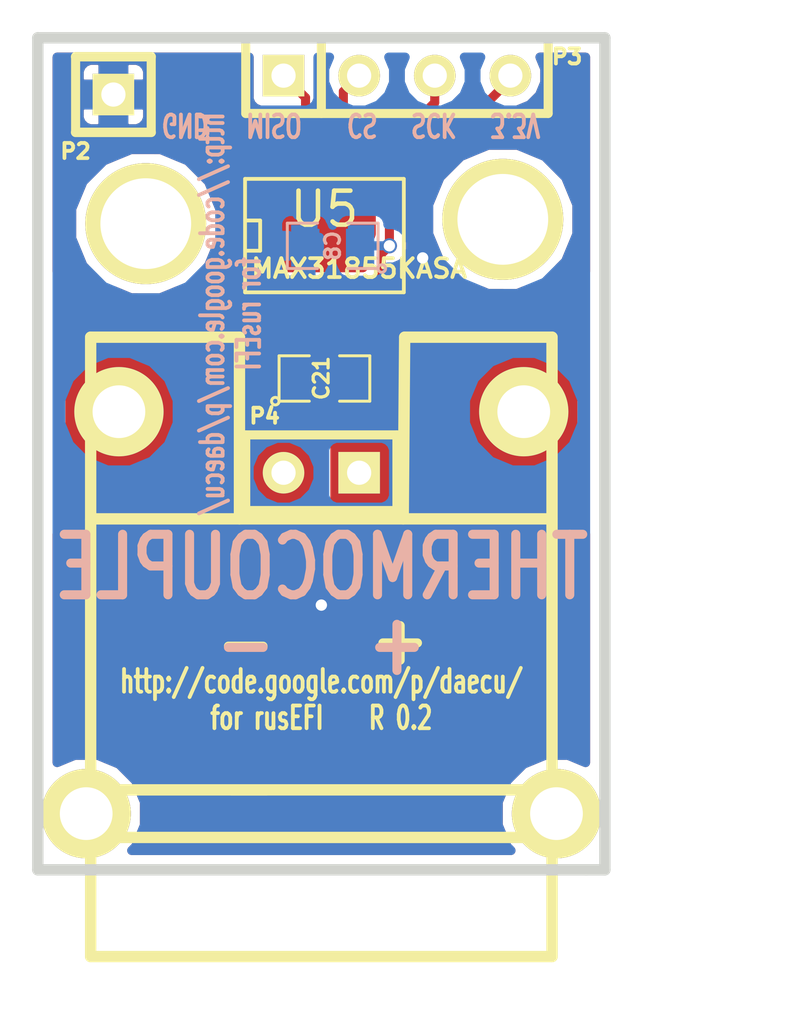
<source format=kicad_pcb>
(kicad_pcb (version 3) (host pcbnew "(2013-07-07 BZR 4022)-stable")

  (general
    (links 17)
    (no_connects 0)
    (area 93.7768 56.5658 124.877288 94.6912)
    (thickness 1.6002)
    (drawings 15)
    (tracks 44)
    (zones 0)
    (modules 9)
    (nets 8)
  )

  (page A4)
  (layers
    (15 Front signal)
    (0 Back signal)
    (16 B.Adhes user)
    (17 F.Adhes user)
    (18 B.Paste user)
    (19 F.Paste user)
    (20 B.SilkS user)
    (21 F.SilkS user)
    (22 B.Mask user)
    (23 F.Mask user)
    (24 Dwgs.User user)
    (25 Cmts.User user)
    (26 Eco1.User user)
    (27 Eco2.User user)
    (28 Edge.Cuts user)
  )

  (setup
    (last_trace_width 0.3048)
    (user_trace_width 0.381)
    (user_trace_width 0.508)
    (user_trace_width 0.635)
    (user_trace_width 1.016)
    (trace_clearance 0.3048)
    (zone_clearance 0.3048)
    (zone_45_only no)
    (trace_min 0.00762)
    (segment_width 0.381)
    (edge_width 0.381)
    (via_size 0.508)
    (via_drill 0.381)
    (via_min_size 0.02032)
    (via_min_drill 0.381)
    (user_via 1.00076 0.89916)
    (uvia_size 0.508)
    (uvia_drill 0.127)
    (uvias_allowed no)
    (uvia_min_size 0.02032)
    (uvia_min_drill 0.127)
    (pcb_text_width 0.3048)
    (pcb_text_size 1.524 2.032)
    (mod_edge_width 0.254)
    (mod_text_size 1.524 1.524)
    (mod_text_width 0.3048)
    (pad_size 0.635 1.143)
    (pad_drill 0)
    (pad_to_mask_clearance 0.254)
    (aux_axis_origin 0 0)
    (visible_elements 7FFFFF3F)
    (pcbplotparams
      (layerselection 284983297)
      (usegerberextensions true)
      (excludeedgelayer true)
      (linewidth 0.150000)
      (plotframeref false)
      (viasonmask false)
      (mode 1)
      (useauxorigin false)
      (hpglpennumber 1)
      (hpglpenspeed 20)
      (hpglpendiameter 15)
      (hpglpenoverlay 0)
      (psnegative false)
      (psa4output false)
      (plotreference true)
      (plotvalue false)
      (plotothertext false)
      (plotinvisibletext false)
      (padsonsilk false)
      (subtractmaskfromsilk false)
      (outputformat 1)
      (mirror false)
      (drillshape 1)
      (scaleselection 1)
      (outputdirectory gerbers/gerbers_Spin2/))
  )

  (net 0 "")
  (net 1 //CS)
  (net 2 /MISO)
  (net 3 /SCK)
  (net 4 /TCPL+)
  (net 5 /TCPL-)
  (net 6 3.3v)
  (net 7 GND)

  (net_class Default "This is the default net class."
    (clearance 0.3048)
    (trace_width 0.3048)
    (via_dia 0.508)
    (via_drill 0.381)
    (uvia_dia 0.508)
    (uvia_drill 0.127)
    (add_net "")
    (add_net //CS)
    (add_net /MISO)
    (add_net /SCK)
    (add_net /TCPL+)
    (add_net /TCPL-)
    (add_net 3.3v)
    (add_net GND)
  )

  (module 1pin (layer Front) (tedit 4F629911) (tstamp 4F628E0D)
    (at 98.87712 65.29578)
    (descr "module 1 pin (ou trou mecanique de percage)")
    (tags DEV)
    (path /4F629521)
    (fp_text reference V802 (at 0 -3.048) (layer F.SilkS) hide
      (effects (font (size 1.016 1.016) (thickness 0.254)))
    )
    (fp_text value VIA (at 0 2.794) (layer F.SilkS) hide
      (effects (font (size 1.016 1.016) (thickness 0.254)))
    )
    (pad 1 thru_hole circle (at 0 0) (size 4.064 4.064) (drill 3.048)
      (layers *.Cu *.Mask F.SilkS)
    )
  )

  (module 1pin (layer Front) (tedit 4F629903) (tstamp 4F6280CB)
    (at 110.871 65.151)
    (descr "module 1 pin (ou trou mecanique de percage)")
    (tags DEV)
    (path /4F627FCA)
    (fp_text reference V801 (at 0 -3.048) (layer F.SilkS) hide
      (effects (font (size 1.016 1.016) (thickness 0.254)))
    )
    (fp_text value VIA (at 0 2.794) (layer F.SilkS) hide
      (effects (font (size 1.016 1.016) (thickness 0.254)))
    )
    (pad 1 thru_hole circle (at 0 0) (size 4.064 4.064) (drill 3.048)
      (layers *.Cu *.Mask F.SilkS)
    )
  )

  (module SO8E (layer Front) (tedit 4F661D77) (tstamp 4E47F42B)
    (at 104.87914 65.6971)
    (descr "module CMS SOJ 8 pins etroit")
    (tags "CMS SOJ")
    (path /4E13FF86)
    (attr smd)
    (fp_text reference U5 (at 0 -0.889) (layer F.SilkS)
      (effects (font (size 1.143 1.143) (thickness 0.1524)))
    )
    (fp_text value MAX31855KASA (at 1.16586 1.1049) (layer F.SilkS)
      (effects (font (size 0.635 0.635) (thickness 0.127)))
    )
    (fp_line (start -2.667 1.778) (end -2.667 1.905) (layer F.SilkS) (width 0.127))
    (fp_line (start -2.667 1.905) (end 2.667 1.905) (layer F.SilkS) (width 0.127))
    (fp_line (start 2.667 -1.905) (end -2.667 -1.905) (layer F.SilkS) (width 0.127))
    (fp_line (start -2.667 -1.905) (end -2.667 1.778) (layer F.SilkS) (width 0.127))
    (fp_line (start -2.667 -0.508) (end -2.159 -0.508) (layer F.SilkS) (width 0.127))
    (fp_line (start -2.159 -0.508) (end -2.159 0.508) (layer F.SilkS) (width 0.127))
    (fp_line (start -2.159 0.508) (end -2.667 0.508) (layer F.SilkS) (width 0.127))
    (fp_line (start 2.667 -1.905) (end 2.667 1.905) (layer F.SilkS) (width 0.127))
    (pad 8 smd rect (at -1.905 -2.667) (size 0.508 1.143)
      (layers Front F.Paste F.Mask)
    )
    (pad 1 smd rect (at -1.905 2.667) (size 0.508 1.143)
      (layers Front F.Paste F.Mask)
      (net 7 GND)
    )
    (pad 7 smd rect (at -0.635 -2.667) (size 0.508 1.143)
      (layers Front F.Paste F.Mask)
      (net 2 /MISO)
    )
    (pad 6 smd rect (at 0.635 -2.667) (size 0.508 1.143)
      (layers Front F.Paste F.Mask)
      (net 1 //CS)
    )
    (pad 5 smd rect (at 1.905 -2.667) (size 0.508 1.143)
      (layers Front F.Paste F.Mask)
      (net 3 /SCK)
    )
    (pad 2 smd rect (at -0.635 2.667) (size 0.508 1.143)
      (layers Front F.Paste F.Mask)
      (net 5 /TCPL-)
    )
    (pad 3 smd rect (at 0.635 2.667) (size 0.508 1.143)
      (layers Front F.Paste F.Mask)
      (net 4 /TCPL+)
    )
    (pad 4 smd rect (at 1.905 2.667) (size 0.508 1.143)
      (layers Front F.Paste F.Mask)
      (net 6 3.3v)
    )
    (model 3D/so-8.wrl
      (at (xyz 0 0 0))
      (scale (xyz 1 1 1))
      (rotate (xyz 0 0 0))
    )
  )

  (module tcpl_PCC-SMP (layer Front) (tedit 535A1C3C) (tstamp 535A19ED)
    (at 104.775 78.359 270)
    (path /535A15DB)
    (fp_text reference P1 (at -1.778 9.779 270) (layer F.SilkS) hide
      (effects (font (size 1.524 1.524) (thickness 0.3048)))
    )
    (fp_text value CONN_2 (at -1.5748 4.699 360) (layer F.SilkS) hide
      (effects (font (size 1.524 1.524) (thickness 0.3048)))
    )
    (fp_text user - (at 1.016 2.54 360) (layer F.SilkS)
      (effects (font (size 1.524 1.524) (thickness 0.3048)))
    )
    (fp_text user + (at 1.016 -2.54 270) (layer F.SilkS)
      (effects (font (size 1.524 1.524) (thickness 0.3048)))
    )
    (fp_line (start -3.0988 7.74954) (end -9.25068 7.74954) (layer F.SilkS) (width 0.381))
    (fp_line (start -9.25068 7.74954) (end -9.25068 2.75082) (layer F.SilkS) (width 0.381))
    (fp_line (start -9.25068 2.75082) (end -3.1496 2.75082) (layer F.SilkS) (width 0.381))
    (fp_line (start -3.1496 -2.75082) (end -9.25068 -2.79908) (layer F.SilkS) (width 0.381))
    (fp_line (start -9.25068 -2.79908) (end -9.25068 -7.74954) (layer F.SilkS) (width 0.381))
    (fp_line (start -9.25068 -7.74954) (end -3.1496 -7.74954) (layer F.SilkS) (width 0.381))
    (fp_line (start 5.95122 7.74954) (end 5.95122 -7.74954) (layer F.SilkS) (width 0.381))
    (fp_line (start 7.54888 -7.74954) (end 7.54888 7.74954) (layer F.SilkS) (width 0.381))
    (fp_line (start -3.1496 -7.74954) (end 11.54938 -7.74954) (layer F.SilkS) (width 0.381))
    (fp_line (start -3.1496 7.74954) (end -3.1496 -7.74954) (layer F.SilkS) (width 0.381))
    (fp_line (start 11.54938 7.74954) (end -3.1496 7.74954) (layer F.SilkS) (width 0.381))
    (fp_line (start 11.54938 -7.74954) (end 11.54938 7.74954) (layer F.SilkS) (width 0.381))
    (pad M thru_hole circle (at 6.74878 -7.8994 270) (size 2.99974 2.99974) (drill 1.77038)
      (layers *.Cu *.Mask F.SilkS)
    )
    (pad M thru_hole circle (at 6.74878 7.8994 270) (size 2.99974 2.99974) (drill 1.77038)
      (layers *.Cu *.Mask F.SilkS)
    )
    (pad 2 thru_hole circle (at -6.74878 -6.79958 270) (size 2.99974 2.99974) (drill 1.77038)
      (layers *.Cu *.Mask F.SilkS)
      (net 4 /TCPL+)
    )
    (pad 1 thru_hole circle (at -6.74878 6.79958 270) (size 2.99974 2.99974) (drill 1.77038)
      (layers *.Cu *.Mask F.SilkS)
      (net 5 /TCPL-)
    )
    (model 3D/TCPL_CONNECTOR_PCC-SMP.wrl
      (at (xyz 0.46 0.315 -0.17))
      (scale (xyz 10 10 10))
      (rotate (xyz 0 0 180))
    )
  )

  (module SIL-4 (layer Front) (tedit 535A1D77) (tstamp 4F67B26C)
    (at 107.315 60.325)
    (descr "Connecteur 4 pibs")
    (tags "CONN DEV")
    (path /535A166C)
    (fp_text reference P3 (at 5.715 -0.635) (layer F.SilkS)
      (effects (font (size 0.508 0.508) (thickness 0.127)))
    )
    (fp_text value CONN_4 (at 0 -2.54) (layer F.SilkS) hide
      (effects (font (size 1.524 1.016) (thickness 0.3048)))
    )
    (fp_line (start -5.08 -1.27) (end -5.08 -1.27) (layer F.SilkS) (width 0.3048))
    (fp_line (start -5.08 1.27) (end -5.08 -1.27) (layer F.SilkS) (width 0.3048))
    (fp_line (start -5.08 -1.27) (end -5.08 -1.27) (layer F.SilkS) (width 0.3048))
    (fp_line (start -5.08 -1.27) (end 5.08 -1.27) (layer F.SilkS) (width 0.3048))
    (fp_line (start 5.08 -1.27) (end 5.08 1.27) (layer F.SilkS) (width 0.3048))
    (fp_line (start 5.08 1.27) (end -5.08 1.27) (layer F.SilkS) (width 0.3048))
    (fp_line (start -2.54 1.27) (end -2.54 -1.27) (layer F.SilkS) (width 0.3048))
    (pad 1 thru_hole rect (at -3.81 0) (size 1.397 1.397) (drill 0.8128)
      (layers *.Cu *.Mask F.SilkS)
      (net 2 /MISO)
    )
    (pad 2 thru_hole circle (at -1.27 0) (size 1.397 1.397) (drill 0.8128)
      (layers *.Cu *.Mask F.SilkS)
      (net 1 //CS)
    )
    (pad 3 thru_hole circle (at 1.27 0) (size 1.397 1.397) (drill 0.8128)
      (layers *.Cu *.Mask F.SilkS)
      (net 3 /SCK)
    )
    (pad 4 thru_hole circle (at 3.81 0) (size 1.397 1.397) (drill 0.8128)
      (layers *.Cu *.Mask F.SilkS)
      (net 6 3.3v)
    )
  )

  (module SIL-1 (layer Front) (tedit 535A1D7C) (tstamp 4F5CF533)
    (at 97.79 60.96 180)
    (descr "Connecteurs 1 pin")
    (tags "CONN DEV")
    (path /535A1737)
    (fp_text reference P2 (at 1.27 -1.905 180) (layer F.SilkS)
      (effects (font (size 0.508 0.508) (thickness 0.127)))
    )
    (fp_text value CONN_1 (at 0 -2.54 180) (layer F.SilkS) hide
      (effects (font (size 1.524 1.016) (thickness 0.254)))
    )
    (fp_line (start -1.27 1.27) (end 1.27 1.27) (layer F.SilkS) (width 0.3175))
    (fp_line (start -1.27 -1.27) (end 1.27 -1.27) (layer F.SilkS) (width 0.3175))
    (fp_line (start -1.27 1.27) (end -1.27 -1.27) (layer F.SilkS) (width 0.3048))
    (fp_line (start 1.27 -1.27) (end 1.27 1.27) (layer F.SilkS) (width 0.3048))
    (pad 1 thru_hole rect (at 0 0 180) (size 1.397 1.397) (drill 0.8128)
      (layers *.Cu *.Mask F.SilkS)
      (net 7 GND)
    )
  )

  (module SIL-2 (layer Front) (tedit 535A1CFD) (tstamp 535A1BB9)
    (at 104.775 73.66 180)
    (descr "Connecteurs 2 pins")
    (tags "CONN DEV")
    (path /535A1B1D)
    (fp_text reference P4 (at 1.905 1.905 180) (layer F.SilkS)
      (effects (font (size 0.508 0.508) (thickness 0.127)))
    )
    (fp_text value CONN_2 (at 0 -2.54 180) (layer F.SilkS) hide
      (effects (font (size 1.524 1.016) (thickness 0.3048)))
    )
    (fp_line (start -2.54 1.27) (end -2.54 -1.27) (layer F.SilkS) (width 0.3048))
    (fp_line (start -2.54 -1.27) (end 2.54 -1.27) (layer F.SilkS) (width 0.3048))
    (fp_line (start 2.54 -1.27) (end 2.54 1.27) (layer F.SilkS) (width 0.3048))
    (fp_line (start 2.54 1.27) (end -2.54 1.27) (layer F.SilkS) (width 0.3048))
    (pad 1 thru_hole rect (at -1.27 0 180) (size 1.397 1.397) (drill 0.8128)
      (layers *.Cu *.Mask F.SilkS)
      (net 4 /TCPL+)
    )
    (pad 2 thru_hole circle (at 1.27 0 180) (size 1.397 1.397) (drill 0.8128)
      (layers *.Cu *.Mask F.SilkS)
      (net 5 /TCPL-)
    )
  )

  (module SM0805-SM0603 (layer Back) (tedit 54220BA7) (tstamp 4E47F455)
    (at 105.156 66.04 180)
    (path /4E13FFE2)
    (attr smd)
    (fp_text reference C8 (at 0 0 450) (layer B.SilkS)
      (effects (font (size 0.50038 0.50038) (thickness 0.10922)) (justify mirror))
    )
    (fp_text value 100nF (at 0 -0.381 180) (layer B.SilkS) hide
      (effects (font (size 0.50038 0.50038) (thickness 0.10922)) (justify mirror))
    )
    (fp_circle (center -1.651 -0.762) (end -1.651 -0.635) (layer B.SilkS) (width 0.09906))
    (fp_line (start -0.508 -0.762) (end -1.524 -0.762) (layer B.SilkS) (width 0.09906))
    (fp_line (start -1.524 -0.762) (end -1.524 0.762) (layer B.SilkS) (width 0.09906))
    (fp_line (start -1.524 0.762) (end -0.508 0.762) (layer B.SilkS) (width 0.09906))
    (fp_line (start 0.508 0.762) (end 1.524 0.762) (layer B.SilkS) (width 0.09906))
    (fp_line (start 1.524 0.762) (end 1.524 -0.762) (layer B.SilkS) (width 0.09906))
    (fp_line (start 1.524 -0.762) (end 0.508 -0.762) (layer B.SilkS) (width 0.09906))
    (pad 1 smd rect (at -0.9525 0 180) (size 0.889 1.397)
      (layers Back B.Paste B.Mask)
      (net 6 3.3v)
    )
    (pad 2 smd rect (at 0.9525 0 180) (size 0.889 1.397)
      (layers Back B.Paste B.Mask)
      (net 7 GND)
    )
    (pad 1 smd rect (at -0.762 0 180) (size 0.635 1.143)
      (layers Back B.Paste B.Mask)
      (net 6 3.3v)
    )
    (pad 2 smd rect (at 0.762 0 180) (size 0.635 1.143)
      (layers Back B.Paste B.Mask)
      (net 7 GND)
    )
    (model smd/chip_cms.wrl
      (at (xyz 0 0 0))
      (scale (xyz 0.1 0.1 0.1))
      (rotate (xyz 0 0 0))
    )
  )

  (module SM0805-SM0603 (layer Front) (tedit 54220B8D) (tstamp 4E4C6BB1)
    (at 104.87914 70.49516)
    (path /4E4C6B54)
    (attr smd)
    (fp_text reference C21 (at -0.10414 -0.01016 90) (layer F.SilkS)
      (effects (font (size 0.50038 0.50038) (thickness 0.10922)))
    )
    (fp_text value 10nF (at 0 0.381) (layer F.SilkS) hide
      (effects (font (size 0.50038 0.50038) (thickness 0.10922)))
    )
    (fp_circle (center -1.651 0.762) (end -1.651 0.635) (layer F.SilkS) (width 0.09906))
    (fp_line (start -0.508 0.762) (end -1.524 0.762) (layer F.SilkS) (width 0.09906))
    (fp_line (start -1.524 0.762) (end -1.524 -0.762) (layer F.SilkS) (width 0.09906))
    (fp_line (start -1.524 -0.762) (end -0.508 -0.762) (layer F.SilkS) (width 0.09906))
    (fp_line (start 0.508 -0.762) (end 1.524 -0.762) (layer F.SilkS) (width 0.09906))
    (fp_line (start 1.524 -0.762) (end 1.524 0.762) (layer F.SilkS) (width 0.09906))
    (fp_line (start 1.524 0.762) (end 0.508 0.762) (layer F.SilkS) (width 0.09906))
    (pad 1 smd rect (at -0.9525 0) (size 0.889 1.397)
      (layers Front F.Paste F.Mask)
      (net 5 /TCPL-)
    )
    (pad 2 smd rect (at 0.9525 0) (size 0.889 1.397)
      (layers Front F.Paste F.Mask)
      (net 4 /TCPL+)
    )
    (pad 1 smd rect (at -0.762 0) (size 0.635 1.143)
      (layers Front F.Paste F.Mask)
      (net 5 /TCPL-)
    )
    (pad 2 smd rect (at 0.762 0) (size 0.635 1.143)
      (layers Front F.Paste F.Mask)
      (net 4 /TCPL+)
    )
    (model smd/chip_cms.wrl
      (at (xyz 0 0 0))
      (scale (xyz 0.1 0.1 0.1))
      (rotate (xyz 0 0 0))
    )
  )

  (gr_text "http://code.google.com/p/daecu/\nfor rusEFI    R 0.2" (at 104.775 81.28) (layer F.SilkS)
    (effects (font (size 0.762 0.508) (thickness 0.127)))
  )
  (gr_text "http://code.google.com/p/daecu/\nfor rusEFI" (at 101.727 68.326 90) (layer B.SilkS)
    (effects (font (size 0.762 0.508) (thickness 0.127)) (justify mirror))
  )
  (gr_text "MISO    CS   SCK   3.3V" (at 107.188 61.976 180) (layer B.SilkS)
    (effects (font (size 0.762 0.508) (thickness 0.127)) (justify mirror))
  )
  (gr_text GND (at 100.203 61.976 180) (layer B.SilkS)
    (effects (font (size 0.762 0.508) (thickness 0.127)) (justify mirror))
  )
  (dimension 19.05 (width 0.3048) (layer Cmts.User)
    (gr_text "0.7500 in" (at 104.775 93.065599) (layer Cmts.User)
      (effects (font (size 2.032 1.524) (thickness 0.3048)))
    )
    (feature1 (pts (xy 114.3 88.9) (xy 114.3 94.691199)))
    (feature2 (pts (xy 95.25 88.9) (xy 95.25 94.691199)))
    (crossbar (pts (xy 95.25 91.439999) (xy 114.3 91.439999)))
    (arrow1a (pts (xy 114.3 91.439999) (xy 113.173497 92.026419)))
    (arrow1b (pts (xy 114.3 91.439999) (xy 113.173497 90.853579)))
    (arrow2a (pts (xy 95.25 91.439999) (xy 96.376503 92.026419)))
    (arrow2b (pts (xy 95.25 91.439999) (xy 96.376503 90.853579)))
  )
  (dimension 27.94 (width 0.3048) (layer Cmts.User)
    (gr_text "1.1000 in" (at 119.1006 73.025 90) (layer Cmts.User)
      (effects (font (size 2.032 1.524) (thickness 0.3048)))
    )
    (feature1 (pts (xy 116.205 59.055) (xy 120.7262 59.055)))
    (feature2 (pts (xy 116.205 86.995) (xy 120.7262 86.995)))
    (crossbar (pts (xy 117.475 86.995) (xy 117.475 59.055)))
    (arrow1a (pts (xy 117.475 59.055) (xy 118.06142 60.181503)))
    (arrow1b (pts (xy 117.475 59.055) (xy 116.88858 60.181503)))
    (arrow2a (pts (xy 117.475 86.995) (xy 118.06142 85.868497)))
    (arrow2b (pts (xy 117.475 86.995) (xy 116.88858 85.868497)))
  )
  (gr_line (start 114.3 86.995) (end 113.665 86.995) (angle 90) (layer Edge.Cuts) (width 0.381))
  (gr_line (start 114.3 59.055) (end 114.3 86.995) (angle 90) (layer Edge.Cuts) (width 0.381))
  (gr_line (start 95.25 59.055) (end 114.3 59.055) (angle 90) (layer Edge.Cuts) (width 0.381))
  (gr_line (start 95.25 86.995) (end 95.25 59.055) (angle 90) (layer Edge.Cuts) (width 0.381))
  (gr_line (start 113.665 86.995) (end 95.25 86.995) (angle 90) (layer Edge.Cuts) (width 0.381))
  (gr_text + (at 107.315 79.375) (layer B.SilkS)
    (effects (font (size 2.032 1.524) (thickness 0.3048)))
  )
  (gr_text - (at 102.235 79.375) (layer B.SilkS)
    (effects (font (size 2.032 1.524) (thickness 0.3048)))
  )
  (gr_text THERMOCOUPLE (at 104.775 76.835) (layer B.SilkS)
    (effects (font (size 2.032 1.524) (thickness 0.3048)) (justify mirror))
  )
  (gr_text - (at 102.34422 84.19592) (layer F.SilkS)
    (effects (font (size 2.032 1.524) (thickness 0.3048)))
  )

  (segment (start 105.51414 63.0301) (end 105.51414 60.85586) (width 0.3048) (layer Front) (net 1))
  (segment (start 105.51414 60.85586) (end 106.045 60.325) (width 0.3048) (layer Front) (net 1) (tstamp 535A1F73))
  (segment (start 104.24414 63.0301) (end 104.24414 61.06414) (width 0.3048) (layer Front) (net 2))
  (segment (start 104.24414 61.06414) (end 103.505 60.325) (width 0.3048) (layer Front) (net 2) (tstamp 535A1F6E))
  (segment (start 104.24414 62.63386) (end 104.24414 63.0301) (width 0.2032) (layer Front) (net 2))
  (segment (start 108.585 60.325) (end 108.585 61.22924) (width 0.3048) (layer Front) (net 3))
  (segment (start 108.585 61.22924) (end 106.78414 63.0301) (width 0.3048) (layer Front) (net 3) (tstamp 535A1F78))
  (segment (start 105.51414 68.3641) (end 105.51414 73.12914) (width 0.2032) (layer Front) (net 4))
  (segment (start 105.51414 73.12914) (end 106.045 73.66) (width 0.2032) (layer Front) (net 4) (tstamp 535A1D16))
  (segment (start 105.51414 68.3641) (end 105.51414 70.36816) (width 0.508) (layer Front) (net 4))
  (segment (start 105.51414 70.36816) (end 105.64114 70.49516) (width 0.508) (layer Front) (net 4))
  (segment (start 105.64114 70.49516) (end 110.45952 70.49516) (width 0.508) (layer Front) (net 4))
  (segment (start 110.45952 70.49516) (end 111.57458 71.61022) (width 0.508) (layer Front) (net 4))
  (segment (start 99.09048 70.49516) (end 97.97542 71.61022) (width 0.508) (layer Front) (net 5))
  (segment (start 104.11714 70.49516) (end 99.09048 70.49516) (width 0.508) (layer Front) (net 5))
  (segment (start 104.24414 70.36816) (end 104.11714 70.49516) (width 0.508) (layer Front) (net 5))
  (segment (start 104.24414 68.3641) (end 104.24414 70.36816) (width 0.508) (layer Front) (net 5))
  (segment (start 104.24414 68.3641) (end 104.24414 72.92086) (width 0.2032) (layer Front) (net 5))
  (segment (start 104.24414 72.92086) (end 103.505 73.66) (width 0.2032) (layer Front) (net 5) (tstamp 535A1D0E))
  (segment (start 106.1085 66.04) (end 107.061 66.04) (width 0.3048) (layer Back) (net 6))
  (via (at 107.061 66.04) (size 0.508) (layers Front Back) (net 6))
  (segment (start 107.061 66.04) (end 107.061 64.516) (width 0.3048) (layer Front) (net 6))
  (segment (start 111.125 60.452) (end 111.125 60.325) (width 0.3048) (layer Front) (net 6) (tstamp 535A2433))
  (segment (start 107.061 64.516) (end 111.125 60.452) (width 0.3048) (layer Front) (net 6) (tstamp 535A2425))
  (segment (start 106.78414 68.3641) (end 106.78414 66.31686) (width 0.3048) (layer Front) (net 6))
  (segment (start 106.78414 66.31686) (end 107.061 66.04) (width 0.3048) (layer Front) (net 6) (tstamp 535A20D0))
  (segment (start 107.3658 64.9224) (end 107.3404 64.9224) (width 0.3048) (layer Back) (net 7))
  (segment (start 107.3658 64.9224) (end 108.1786 65.7352) (width 0.3048) (layer Back) (net 7) (tstamp 535A240D))
  (segment (start 108.1786 65.7352) (end 108.1786 66.4464) (width 0.3048) (layer Back) (net 7) (tstamp 535A2411))
  (via (at 108.1786 66.4464) (size 0.508) (layers Front Back) (net 7))
  (segment (start 108.1024 66.3702) (end 108.1786 66.4464) (width 0.3048) (layer Front) (net 7) (tstamp 535A241A))
  (segment (start 104.2035 65.2145) (end 104.2035 66.04) (width 0.3048) (layer Back) (net 7) (tstamp 53863438))
  (segment (start 104.648 64.77) (end 104.2035 65.2145) (width 0.3048) (layer Back) (net 7) (tstamp 53863437))
  (segment (start 107.188 64.77) (end 104.648 64.77) (width 0.3048) (layer Back) (net 7) (tstamp 53863436))
  (segment (start 107.3404 64.9224) (end 107.188 64.77) (width 0.3048) (layer Back) (net 7) (tstamp 53863435))
  (segment (start 104.2035 66.04) (end 104.2035 69.1515) (width 0.3048) (layer Back) (net 7))
  (via (at 104.775 78.105) (size 0.508) (layers Front Back) (net 7))
  (segment (start 102.87 78.105) (end 104.775 78.105) (width 0.3048) (layer Back) (net 7) (tstamp 535A2577))
  (segment (start 100.965 76.2) (end 102.87 78.105) (width 0.3048) (layer Back) (net 7) (tstamp 535A2575))
  (segment (start 100.965 72.39) (end 100.965 76.2) (width 0.3048) (layer Back) (net 7) (tstamp 535A2571))
  (segment (start 104.2035 69.1515) (end 100.965 72.39) (width 0.3048) (layer Back) (net 7) (tstamp 53863432))
  (segment (start 102.97414 68.3641) (end 102.97414 65.12814) (width 0.3048) (layer Front) (net 7))
  (segment (start 98.806 60.96) (end 97.79 60.96) (width 0.3048) (layer Front) (net 7) (tstamp 535A20DA))
  (segment (start 102.97414 65.12814) (end 98.806 60.96) (width 0.3048) (layer Front) (net 7) (tstamp 535A20D6))

  (zone (net 4) (net_name /TCPL+) (layer Front) (tstamp 535A2568) (hatch edge 0.508)
    (connect_pads yes (clearance 0.2032))
    (min_thickness 0.254)
    (fill (arc_segments 16) (thermal_gap 0.508) (thermal_bridge_width 0.508) (smoothing fillet) (radius 0.508))
    (polygon
      (pts
        (xy 113.37798 75.29576) (xy 113.37798 67.39636) (xy 105.07726 67.39636) (xy 105.07726 75.29576)
      )
    )
    (filled_polygon
      (pts
        (xy 113.25098 74.775252) (xy 113.21968 74.93261) (xy 113.137628 75.055408) (xy 113.01483 75.13746) (xy 112.857472 75.16876)
        (xy 105.597768 75.16876) (xy 105.44041 75.13746) (xy 105.317612 75.055408) (xy 105.23556 74.93261) (xy 105.20426 74.775252)
        (xy 105.20426 67.916868) (xy 105.23556 67.75951) (xy 105.317612 67.636712) (xy 105.44041 67.55466) (xy 105.597768 67.52336)
        (xy 106.18866 67.52336) (xy 106.164292 67.547686) (xy 106.098416 67.706333) (xy 106.098266 67.878113) (xy 106.098266 69.021113)
        (xy 106.163865 69.179875) (xy 106.285226 69.301448) (xy 106.443873 69.367324) (xy 106.615653 69.367474) (xy 107.123653 69.367474)
        (xy 107.282415 69.301875) (xy 107.403988 69.180514) (xy 107.469864 69.021867) (xy 107.470014 68.850087) (xy 107.470014 67.707087)
        (xy 107.404415 67.548325) (xy 107.379493 67.52336) (xy 110.159591 67.52336) (xy 110.37877 67.614371) (xy 111.35893 67.615226)
        (xy 111.581262 67.52336) (xy 112.857472 67.52336) (xy 113.01483 67.55466) (xy 113.137628 67.636712) (xy 113.21968 67.75951)
        (xy 113.25098 67.916868) (xy 113.25098 74.775252)
      )
    )
  )
  (zone (net 5) (net_name /TCPL-) (layer Front) (tstamp 535A2567) (hatch edge 0.508)
    (connect_pads yes (clearance 0.2032))
    (min_thickness 0.254)
    (fill (arc_segments 16) (thermal_gap 0.508) (thermal_bridge_width 0.508) (smoothing fillet) (radius 0.508))
    (polygon
      (pts
        (xy 104.67848 75.29576) (xy 104.67848 67.39636) (xy 96.1771 67.39636) (xy 96.1771 75.29576)
      )
    )
    (filled_polygon
      (pts
        (xy 104.55148 74.775252) (xy 104.52018 74.93261) (xy 104.438128 75.055408) (xy 104.31533 75.13746) (xy 104.157972 75.16876)
        (xy 96.697608 75.16876) (xy 96.54025 75.13746) (xy 96.417452 75.055408) (xy 96.3354 74.93261) (xy 96.3041 74.775252)
        (xy 96.3041 67.916868) (xy 96.3354 67.75951) (xy 96.417452 67.636712) (xy 96.54025 67.55466) (xy 96.697608 67.52336)
        (xy 97.817043 67.52336) (xy 98.38489 67.759151) (xy 99.36505 67.760006) (xy 99.937776 67.52336) (xy 102.37866 67.52336)
        (xy 102.354292 67.547686) (xy 102.288416 67.706333) (xy 102.288266 67.878113) (xy 102.288266 69.021113) (xy 102.353865 69.179875)
        (xy 102.475226 69.301448) (xy 102.633873 69.367324) (xy 102.805653 69.367474) (xy 103.313653 69.367474) (xy 103.472415 69.301875)
        (xy 103.593988 69.180514) (xy 103.659864 69.021867) (xy 103.660014 68.850087) (xy 103.660014 67.707087) (xy 103.594415 67.548325)
        (xy 103.569493 67.52336) (xy 104.157972 67.52336) (xy 104.31533 67.55466) (xy 104.438128 67.636712) (xy 104.52018 67.75951)
        (xy 104.55148 67.916868) (xy 104.55148 74.775252)
      )
    )
  )
  (zone (net 7) (net_name GND) (layer Back) (tstamp 535A2566) (hatch edge 0.508)
    (connect_pads (clearance 0.3048))
    (min_thickness 0.3048)
    (fill (arc_segments 16) (thermal_gap 0.3) (thermal_bridge_width 1.38176) (smoothing fillet) (radius 0.508))
    (polygon
      (pts
        (xy 114.935 58.42) (xy 94.615 58.42) (xy 94.615 87.63) (xy 114.935 87.63)
      )
    )
    (filled_polygon
      (pts
        (xy 113.6523 83.394755) (xy 113.531989 83.344797) (xy 113.531989 71.222643) (xy 113.360631 70.807925) (xy 113.360631 64.65804)
        (xy 112.982471 63.742824) (xy 112.282859 63.04199) (xy 111.368305 62.662233) (xy 110.37804 62.661369) (xy 109.462824 63.039529)
        (xy 108.76199 63.739141) (xy 108.382233 64.653695) (xy 108.381369 65.64396) (xy 108.759529 66.559176) (xy 109.459141 67.26001)
        (xy 110.373695 67.639767) (xy 111.36396 67.640631) (xy 112.279176 67.262471) (xy 112.98001 66.562859) (xy 113.359767 65.648305)
        (xy 113.360631 64.65804) (xy 113.360631 70.807925) (xy 113.23467 70.503077) (xy 112.684618 69.952064) (xy 111.965573 69.653491)
        (xy 111.187003 69.652811) (xy 110.467437 69.95013) (xy 109.916424 70.500182) (xy 109.617851 71.219227) (xy 109.617171 71.997797)
        (xy 109.91449 72.717363) (xy 110.464542 73.268376) (xy 111.183587 73.566949) (xy 111.962157 73.567629) (xy 112.681723 73.27031)
        (xy 113.232736 72.720258) (xy 113.531309 72.001213) (xy 113.531989 71.222643) (xy 113.531989 83.344797) (xy 113.065393 83.151051)
        (xy 112.286823 83.150371) (xy 111.567257 83.44769) (xy 111.016244 83.997742) (xy 110.717671 84.716787) (xy 110.716991 85.495357)
        (xy 111.01431 86.214923) (xy 111.146456 86.3473) (xy 107.772323 86.3473) (xy 107.772323 65.899154) (xy 107.664277 65.637664)
        (xy 107.464388 65.437426) (xy 107.203087 65.328924) (xy 107.010279 65.328755) (xy 107.010279 65.250956) (xy 106.940821 65.082855)
        (xy 106.812321 64.954131) (xy 106.644341 64.88438) (xy 106.462456 64.884221) (xy 105.573456 64.884221) (xy 105.405355 64.953679)
        (xy 105.276631 65.082179) (xy 105.231517 65.190824) (xy 105.213131 65.209179) (xy 105.153401 65.353024) (xy 105.094802 65.211902)
        (xy 105.076416 65.193548) (xy 105.031302 65.084902) (xy 104.903929 64.957751) (xy 104.737593 64.889022) (xy 104.53885 64.8891)
        (xy 104.42575 65.0022) (xy 104.42575 65.69075) (xy 104.55275 65.69075) (xy 104.55275 65.75425) (xy 104.7115 65.75425)
        (xy 104.7115 66.32575) (xy 104.55275 66.32575) (xy 104.55275 66.38925) (xy 104.42575 66.38925) (xy 104.42575 67.0778)
        (xy 104.53885 67.1909) (xy 104.737593 67.190978) (xy 104.903929 67.122249) (xy 105.031302 66.995098) (xy 105.076416 66.886451)
        (xy 105.094802 66.868098) (xy 105.153462 66.726829) (xy 105.212679 66.870145) (xy 105.231489 66.888988) (xy 105.276179 66.997145)
        (xy 105.404679 67.125869) (xy 105.572659 67.19562) (xy 105.754544 67.195779) (xy 106.643544 67.195779) (xy 106.811645 67.126321)
        (xy 106.940369 66.997821) (xy 107.01012 66.829841) (xy 107.010188 66.751155) (xy 107.201846 66.751323) (xy 107.463336 66.643277)
        (xy 107.663574 66.443388) (xy 107.772076 66.182087) (xy 107.772323 65.899154) (xy 107.772323 86.3473) (xy 107.200779 86.3473)
        (xy 107.200779 74.267956) (xy 107.200779 72.870956) (xy 107.131321 72.702855) (xy 107.002821 72.574131) (xy 106.834841 72.50438)
        (xy 106.652956 72.504221) (xy 105.255956 72.504221) (xy 105.087855 72.573679) (xy 104.959131 72.702179) (xy 104.88938 72.870159)
        (xy 104.889221 73.052044) (xy 104.889221 74.449044) (xy 104.958679 74.617145) (xy 105.087179 74.745869) (xy 105.255159 74.81562)
        (xy 105.437044 74.815779) (xy 106.834044 74.815779) (xy 107.002145 74.746321) (xy 107.130869 74.617821) (xy 107.20062 74.449841)
        (xy 107.200779 74.267956) (xy 107.200779 86.3473) (xy 104.6609 86.3473) (xy 104.6609 73.431126) (xy 104.485326 73.006204)
        (xy 104.23525 72.755691) (xy 104.23525 66.9508) (xy 104.23525 66.32575) (xy 104.23525 65.75425) (xy 104.23525 65.1292)
        (xy 104.12215 65.0161) (xy 103.986907 65.016022) (xy 103.98125 65.018359) (xy 103.98125 65.0022) (xy 103.86815 64.8891)
        (xy 103.669407 64.889022) (xy 103.503071 64.957751) (xy 103.375698 65.084902) (xy 103.306679 65.251117) (xy 103.306522 65.431093)
        (xy 103.3066 65.57765) (xy 103.4197 65.69075) (xy 103.6737 65.69075) (xy 103.7372 65.75425) (xy 104.23525 65.75425)
        (xy 104.23525 66.32575) (xy 103.7372 66.32575) (xy 103.6737 66.38925) (xy 103.4197 66.38925) (xy 103.3066 66.50235)
        (xy 103.306522 66.648907) (xy 103.306679 66.828883) (xy 103.375698 66.995098) (xy 103.503071 67.122249) (xy 103.669407 67.190978)
        (xy 103.86815 67.1909) (xy 103.98125 67.0778) (xy 103.98125 67.06164) (xy 103.986907 67.063978) (xy 104.12215 67.0639)
        (xy 104.23525 66.9508) (xy 104.23525 72.755691) (xy 104.160506 72.680817) (xy 103.735891 72.504502) (xy 103.276126 72.5041)
        (xy 102.851204 72.679674) (xy 102.525817 73.004494) (xy 102.349502 73.429109) (xy 102.3491 73.888874) (xy 102.524674 74.313796)
        (xy 102.849494 74.639183) (xy 103.274109 74.815498) (xy 103.733874 74.8159) (xy 104.158796 74.640326) (xy 104.484183 74.315506)
        (xy 104.660498 73.890891) (xy 104.6609 73.431126) (xy 104.6609 86.3473) (xy 101.366751 86.3473) (xy 101.366751 64.80282)
        (xy 100.988591 63.887604) (xy 100.288979 63.18677) (xy 99.374425 62.807013) (xy 98.940978 62.806634) (xy 98.940978 61.568907)
        (xy 98.940978 60.351093) (xy 98.940821 60.171117) (xy 98.871802 60.004902) (xy 98.744429 59.877751) (xy 98.578093 59.809022)
        (xy 98.25235 59.8091) (xy 98.13925 59.9222) (xy 98.13925 60.61075) (xy 98.8278 60.61075) (xy 98.9409 60.49765)
        (xy 98.940978 60.351093) (xy 98.940978 61.568907) (xy 98.9409 61.42235) (xy 98.8278 61.30925) (xy 98.13925 61.30925)
        (xy 98.13925 61.9978) (xy 98.25235 62.1109) (xy 98.578093 62.110978) (xy 98.744429 62.042249) (xy 98.871802 61.915098)
        (xy 98.940821 61.748883) (xy 98.940978 61.568907) (xy 98.940978 62.806634) (xy 98.38416 62.806149) (xy 97.468944 63.184309)
        (xy 97.44075 63.212453) (xy 97.44075 61.9978) (xy 97.44075 61.30925) (xy 97.44075 60.61075) (xy 97.44075 59.9222)
        (xy 97.32765 59.8091) (xy 97.001907 59.809022) (xy 96.835571 59.877751) (xy 96.708198 60.004902) (xy 96.639179 60.171117)
        (xy 96.639022 60.351093) (xy 96.6391 60.49765) (xy 96.7522 60.61075) (xy 97.44075 60.61075) (xy 97.44075 61.30925)
        (xy 96.7522 61.30925) (xy 96.6391 61.42235) (xy 96.639022 61.568907) (xy 96.639179 61.748883) (xy 96.708198 61.915098)
        (xy 96.835571 62.042249) (xy 97.001907 62.110978) (xy 97.32765 62.1109) (xy 97.44075 61.9978) (xy 97.44075 63.212453)
        (xy 96.76811 63.883921) (xy 96.388353 64.798475) (xy 96.387489 65.78874) (xy 96.765649 66.703956) (xy 97.465261 67.40479)
        (xy 98.379815 67.784547) (xy 99.37008 67.785411) (xy 100.285296 67.407251) (xy 100.98613 66.707639) (xy 101.365887 65.793085)
        (xy 101.366751 64.80282) (xy 101.366751 86.3473) (xy 99.932829 86.3473) (xy 99.932829 71.222643) (xy 99.63551 70.503077)
        (xy 99.085458 69.952064) (xy 98.366413 69.653491) (xy 97.587843 69.652811) (xy 96.868277 69.95013) (xy 96.317264 70.500182)
        (xy 96.018691 71.219227) (xy 96.018011 71.997797) (xy 96.31533 72.717363) (xy 96.865382 73.268376) (xy 97.584427 73.566949)
        (xy 98.362997 73.567629) (xy 99.082563 73.27031) (xy 99.633576 72.720258) (xy 99.932149 72.001213) (xy 99.932829 71.222643)
        (xy 99.932829 86.3473) (xy 98.404047 86.3473) (xy 98.533756 86.217818) (xy 98.832329 85.498773) (xy 98.833009 84.720203)
        (xy 98.53569 84.000637) (xy 97.985638 83.449624) (xy 97.266593 83.151051) (xy 96.488023 83.150371) (xy 95.8977 83.394287)
        (xy 95.8977 59.7027) (xy 102.349233 59.7027) (xy 102.349221 59.717044) (xy 102.349221 61.114044) (xy 102.418679 61.282145)
        (xy 102.547179 61.410869) (xy 102.715159 61.48062) (xy 102.897044 61.480779) (xy 104.294044 61.480779) (xy 104.462145 61.411321)
        (xy 104.590869 61.282821) (xy 104.66062 61.114841) (xy 104.660779 60.932956) (xy 104.660779 59.7027) (xy 105.052028 59.7027)
        (xy 104.889502 60.094109) (xy 104.8891 60.553874) (xy 105.064674 60.978796) (xy 105.389494 61.304183) (xy 105.814109 61.480498)
        (xy 106.273874 61.4809) (xy 106.698796 61.305326) (xy 107.024183 60.980506) (xy 107.200498 60.555891) (xy 107.2009 60.096126)
        (xy 107.038339 59.7027) (xy 107.592028 59.7027) (xy 107.429502 60.094109) (xy 107.4291 60.553874) (xy 107.604674 60.978796)
        (xy 107.929494 61.304183) (xy 108.354109 61.480498) (xy 108.813874 61.4809) (xy 109.238796 61.305326) (xy 109.564183 60.980506)
        (xy 109.740498 60.555891) (xy 109.7409 60.096126) (xy 109.578339 59.7027) (xy 110.132028 59.7027) (xy 109.969502 60.094109)
        (xy 109.9691 60.553874) (xy 110.144674 60.978796) (xy 110.469494 61.304183) (xy 110.894109 61.480498) (xy 111.353874 61.4809)
        (xy 111.778796 61.305326) (xy 112.104183 60.980506) (xy 112.280498 60.555891) (xy 112.2809 60.096126) (xy 112.118339 59.7027)
        (xy 113.6523 59.7027) (xy 113.6523 83.394755)
      )
    )
  )
  (zone (net 7) (net_name GND) (layer Front) (tstamp 535A256C) (hatch edge 0.508)
    (connect_pads (clearance 0.3048))
    (min_thickness 0.3048)
    (fill (arc_segments 16) (thermal_gap 0.3) (thermal_bridge_width 1.38176) (smoothing fillet) (radius 0.508))
    (polygon
      (pts
        (xy 93.98 57.785) (xy 115.57 57.785) (xy 115.57 88.265) (xy 93.98 88.265)
      )
    )
    (polygon
      (pts        (xy 95.758 75.692) (xy 95.758 66.929) (xy 113.792 66.929) (xy 113.792 75.692)
      )
    )
    (filled_polygon
      (pts
        (xy 106.656016 64.058879) (xy 106.629948 64.084948) (xy 106.497803 64.282716) (xy 106.4514 64.516) (xy 106.4514 65.653532)
        (xy 106.356272 65.882623) (xy 106.353088 65.885808) (xy 106.220943 66.083576) (xy 106.17454 66.31686) (xy 106.17454 66.7766)
        (xy 100.917048 66.7766) (xy 100.98613 66.707639) (xy 101.365887 65.793085) (xy 101.366751 64.80282) (xy 100.988591 63.887604)
        (xy 100.288979 63.18677) (xy 99.374425 62.807013) (xy 98.940978 62.806634) (xy 98.940978 61.568907) (xy 98.940978 60.351093)
        (xy 98.940821 60.171117) (xy 98.871802 60.004902) (xy 98.744429 59.877751) (xy 98.578093 59.809022) (xy 98.25235 59.8091)
        (xy 98.13925 59.9222) (xy 98.13925 60.61075) (xy 98.8278 60.61075) (xy 98.9409 60.49765) (xy 98.940978 60.351093)
        (xy 98.940978 61.568907) (xy 98.9409 61.42235) (xy 98.8278 61.30925) (xy 98.13925 61.30925) (xy 98.13925 61.9978)
        (xy 98.25235 62.1109) (xy 98.578093 62.110978) (xy 98.744429 62.042249) (xy 98.871802 61.915098) (xy 98.940821 61.748883)
        (xy 98.940978 61.568907) (xy 98.940978 62.806634) (xy 98.38416 62.806149) (xy 97.468944 63.184309) (xy 97.44075 63.212453)
        (xy 97.44075 61.9978) (xy 97.44075 61.30925) (xy 97.44075 60.61075) (xy 97.44075 59.9222) (xy 97.32765 59.8091)
        (xy 97.001907 59.809022) (xy 96.835571 59.877751) (xy 96.708198 60.004902) (xy 96.639179 60.171117) (xy 96.639022 60.351093)
        (xy 96.6391 60.49765) (xy 96.7522 60.61075) (xy 97.44075 60.61075) (xy 97.44075 61.30925) (xy 96.7522 61.30925)
        (xy 96.6391 61.42235) (xy 96.639022 61.568907) (xy 96.639179 61.748883) (xy 96.708198 61.915098) (xy 96.835571 62.042249)
        (xy 97.001907 62.110978) (xy 97.32765 62.1109) (xy 97.44075 61.9978) (xy 97.44075 63.212453) (xy 96.76811 63.883921)
        (xy 96.388353 64.798475) (xy 96.387489 65.78874) (xy 96.765649 66.703956) (xy 96.838166 66.7766) (xy 96.25099 66.7766)
        (xy 96.012133 66.824111) (xy 95.8977 66.900573) (xy 95.8977 59.7027) (xy 102.349233 59.7027) (xy 102.349221 59.717044)
        (xy 102.349221 61.114044) (xy 102.418679 61.282145) (xy 102.547179 61.410869) (xy 102.715159 61.48062) (xy 102.897044 61.480779)
        (xy 103.63454 61.480779) (xy 103.63454 62.167565) (xy 103.609039 62.193021) (xy 103.487461 62.071231) (xy 103.319481 62.00148)
        (xy 103.137596 62.001321) (xy 102.629596 62.001321) (xy 102.461495 62.070779) (xy 102.332771 62.199279) (xy 102.26302 62.367259)
        (xy 102.262861 62.549144) (xy 102.262861 63.692144) (xy 102.332319 63.860245) (xy 102.460819 63.988969) (xy 102.628799 64.05872)
        (xy 102.810684 64.058879) (xy 103.318684 64.058879) (xy 103.486785 63.989421) (xy 103.60924 63.867178) (xy 103.730819 63.988969)
        (xy 103.898799 64.05872) (xy 104.080684 64.058879) (xy 104.588684 64.058879) (xy 104.756785 63.989421) (xy 104.87924 63.867178)
        (xy 105.000819 63.988969) (xy 105.168799 64.05872) (xy 105.350684 64.058879) (xy 105.858684 64.058879) (xy 106.026785 63.989421)
        (xy 106.14924 63.867178) (xy 106.270819 63.988969) (xy 106.438799 64.05872) (xy 106.620684 64.058879) (xy 106.656016 64.058879)
      )
    )
    (filled_polygon
      (pts
        (xy 113.6523 66.900573) (xy 113.537867 66.824111) (xy 113.29901 66.7766) (xy 112.765895 66.7766) (xy 112.98001 66.562859)
        (xy 113.359767 65.648305) (xy 113.360631 64.65804) (xy 112.982471 63.742824) (xy 112.282859 63.04199) (xy 111.368305 62.662233)
        (xy 110.37804 62.661369) (xy 109.462824 63.039529) (xy 108.76199 63.739141) (xy 108.382233 64.653695) (xy 108.381369 65.64396)
        (xy 108.759529 66.559176) (xy 108.976573 66.7766) (xy 107.39374 66.7766) (xy 107.39374 66.672033) (xy 107.463336 66.643277)
        (xy 107.663574 66.443388) (xy 107.772076 66.182087) (xy 107.772323 65.899154) (xy 107.6706 65.652966) (xy 107.6706 64.768504)
        (xy 110.95855 61.480554) (xy 111.353874 61.4809) (xy 111.778796 61.305326) (xy 112.104183 60.980506) (xy 112.280498 60.555891)
        (xy 112.2809 60.096126) (xy 112.118339 59.7027) (xy 113.6523 59.7027) (xy 113.6523 66.900573)
      )
    )
    (filled_polygon
      (pts
        (xy 113.6523 83.394755) (xy 113.065393 83.151051) (xy 112.286823 83.150371) (xy 111.567257 83.44769) (xy 111.016244 83.997742)
        (xy 110.717671 84.716787) (xy 110.716991 85.495357) (xy 111.01431 86.214923) (xy 111.146456 86.3473) (xy 98.404047 86.3473)
        (xy 98.533756 86.217818) (xy 98.832329 85.498773) (xy 98.833009 84.720203) (xy 98.53569 84.000637) (xy 97.985638 83.449624)
        (xy 97.266593 83.151051) (xy 96.488023 83.150371) (xy 95.8977 83.394287) (xy 95.8977 75.720426) (xy 96.012133 75.796889)
        (xy 96.25099 75.8444) (xy 113.29901 75.8444) (xy 113.537867 75.796889) (xy 113.6523 75.720426) (xy 113.6523 83.394755)
      )
    )
  )
)

</source>
